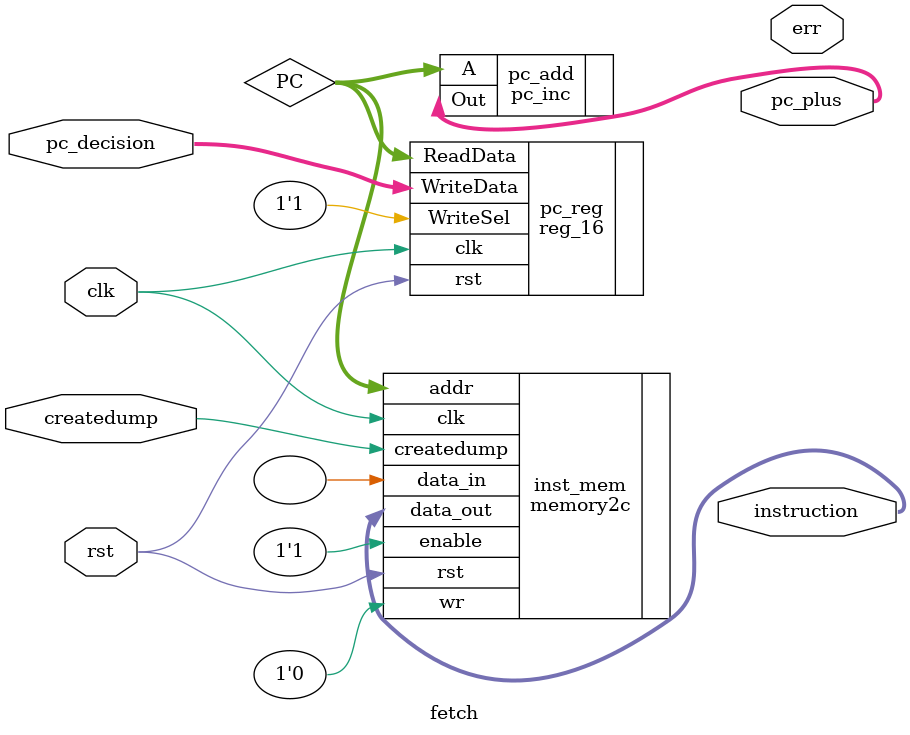
<source format=v>
module fetch(pc_decision, instruction, createdump, pc_plus, clk, rst, err);

   input clk, rst, createdump;
   input [15:0] pc_decision;
   
   output err;
   output [15:0] instruction, pc_plus;


   wire [15:0] PC;




   reg_16	pc_reg(.WriteData(pc_decision), .WriteSel(1'b1), .ReadData(PC), .clk(clk), .rst(rst));

   memory2c	inst_mem(.data_in(), .data_out(instruction), .addr(PC), .enable(1'b1), .wr(1'b0),
	   		.createdump(createdump), .clk(clk), .rst(rst));

   pc_inc	pc_add(.A(PC), .Out(pc_plus));


endmodule


</source>
